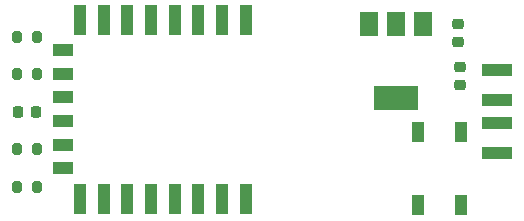
<source format=gtp>
G04 #@! TF.GenerationSoftware,KiCad,Pcbnew,6.0.1-79c1e3a40b~116~ubuntu20.04.1*
G04 #@! TF.CreationDate,2022-01-20T10:05:24+01:00*
G04 #@! TF.ProjectId,usb,7573622e-6b69-4636-9164-5f7063625858,rev?*
G04 #@! TF.SameCoordinates,Original*
G04 #@! TF.FileFunction,Paste,Top*
G04 #@! TF.FilePolarity,Positive*
%FSLAX46Y46*%
G04 Gerber Fmt 4.6, Leading zero omitted, Abs format (unit mm)*
G04 Created by KiCad (PCBNEW 6.0.1-79c1e3a40b~116~ubuntu20.04.1) date 2022-01-20 10:05:24*
%MOMM*%
%LPD*%
G01*
G04 APERTURE LIST*
G04 Aperture macros list*
%AMRoundRect*
0 Rectangle with rounded corners*
0 $1 Rounding radius*
0 $2 $3 $4 $5 $6 $7 $8 $9 X,Y pos of 4 corners*
0 Add a 4 corners polygon primitive as box body*
4,1,4,$2,$3,$4,$5,$6,$7,$8,$9,$2,$3,0*
0 Add four circle primitives for the rounded corners*
1,1,$1+$1,$2,$3*
1,1,$1+$1,$4,$5*
1,1,$1+$1,$6,$7*
1,1,$1+$1,$8,$9*
0 Add four rect primitives between the rounded corners*
20,1,$1+$1,$2,$3,$4,$5,0*
20,1,$1+$1,$4,$5,$6,$7,0*
20,1,$1+$1,$6,$7,$8,$9,0*
20,1,$1+$1,$8,$9,$2,$3,0*%
G04 Aperture macros list end*
%ADD10R,2.500000X1.100000*%
%ADD11R,1.000000X2.500000*%
%ADD12R,1.800000X1.000000*%
%ADD13RoundRect,0.200000X0.200000X0.275000X-0.200000X0.275000X-0.200000X-0.275000X0.200000X-0.275000X0*%
%ADD14RoundRect,0.218750X0.218750X0.256250X-0.218750X0.256250X-0.218750X-0.256250X0.218750X-0.256250X0*%
%ADD15RoundRect,0.225000X0.250000X-0.225000X0.250000X0.225000X-0.250000X0.225000X-0.250000X-0.225000X0*%
%ADD16R,1.500000X2.000000*%
%ADD17R,3.800000X2.000000*%
%ADD18R,1.100000X1.800000*%
G04 APERTURE END LIST*
D10*
X141300000Y-75498500D03*
X141300000Y-77998500D03*
X141300000Y-79998500D03*
X141300000Y-82498500D03*
D11*
X119980000Y-71200000D03*
X117980000Y-71200000D03*
X115980000Y-71200000D03*
X113980000Y-71200000D03*
X111980000Y-71200000D03*
X109980000Y-71200000D03*
X107980000Y-71200000D03*
X105980000Y-71200000D03*
D12*
X104480000Y-73800000D03*
X104480000Y-75800000D03*
X104480000Y-77800000D03*
X104480000Y-79800000D03*
X104480000Y-81800000D03*
X104480000Y-83800000D03*
D11*
X105980000Y-86400000D03*
X107980000Y-86400000D03*
X109980000Y-86400000D03*
X111980000Y-86400000D03*
X113980000Y-86400000D03*
X115980000Y-86400000D03*
X117980000Y-86400000D03*
X119980000Y-86400000D03*
D13*
X102295000Y-85344000D03*
X100645000Y-85344000D03*
D14*
X102257500Y-79017000D03*
X100682500Y-79017000D03*
D15*
X137950000Y-73135000D03*
X137950000Y-71585000D03*
D13*
X102295000Y-75833500D03*
X100645000Y-75833500D03*
D16*
X135030000Y-71540000D03*
D17*
X132730000Y-77840000D03*
D16*
X132730000Y-71540000D03*
X130430000Y-71540000D03*
D13*
X102295000Y-72690000D03*
X100645000Y-72690000D03*
D15*
X138120000Y-76775000D03*
X138120000Y-75225000D03*
D18*
X138250000Y-86910000D03*
X138250000Y-80710000D03*
X134550000Y-80710000D03*
X134550000Y-86910000D03*
D13*
X102295000Y-82200500D03*
X100645000Y-82200500D03*
M02*

</source>
